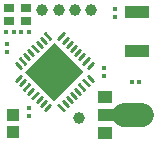
<source format=gtp>
G04 ---------------------------- Layer name :TOP PASTER LAYER*
G04 EasyEDA v5.8.22, Tue, 04 Dec 2018 17:39:39 GMT*
G04 4fbf827f123344ad86e77e575569ff78*
G04 Gerber Generator version 0.2*
G04 Scale: 100 percent, Rotated: No, Reflected: No *
G04 Dimensions in millimeters *
G04 leading zeros omitted , absolute positions ,3 integer and 3 decimal *
%FSLAX33Y33*%
%MOMM*%
G90*
G71D02*

%ADD13C,0.280010*%
%ADD14C,1.999996*%
%ADD16C,0.999998*%
%ADD17R,0.406400X0.350520*%
%ADD19R,0.899998X0.799998*%
%ADD20R,0.350520X0.406400*%
%ADD21R,1.999996X0.999998*%
%ADD22R,1.905000X0.990600*%
%ADD23R,1.193800X0.990600*%
%ADD24R,1.099998X0.999998*%

%LPD*%
G54D13*
G01X1240Y5215D02*
G01X1678Y5653D01*
G01X1593Y4861D02*
G01X2032Y5299D01*
G01X1947Y4507D02*
G01X2386Y4945D01*
G01X2301Y4153D02*
G01X2739Y4592D01*
G01X2653Y3801D02*
G01X3091Y4240D01*
G01X3007Y3447D02*
G01X3445Y3886D01*
G01X3361Y3093D02*
G01X3799Y3532D01*
G01X3715Y2740D02*
G01X4153Y3178D01*
G01X4846Y3178D02*
G01X5284Y2740D01*
G01X5200Y3532D02*
G01X5638Y3093D01*
G01X5554Y3886D02*
G01X5992Y3447D01*
G01X5908Y4240D02*
G01X6346Y3801D01*
G01X6260Y4592D02*
G01X6698Y4153D01*
G01X6613Y4945D02*
G01X7052Y4507D01*
G01X6967Y5299D02*
G01X7406Y4861D01*
G01X7321Y5653D02*
G01X7759Y5215D01*
G01X7321Y6346D02*
G01X7759Y6784D01*
G01X6967Y6700D02*
G01X7406Y7138D01*
G01X6613Y7054D02*
G01X7052Y7492D01*
G01X6260Y7407D02*
G01X6698Y7846D01*
G01X5908Y7759D02*
G01X6346Y8198D01*
G01X5554Y8113D02*
G01X5992Y8552D01*
G01X5200Y8467D02*
G01X5638Y8906D01*
G01X4846Y8821D02*
G01X5284Y9259D01*
G01X3715Y9259D02*
G01X4153Y8821D01*
G01X3361Y8906D02*
G01X3799Y8467D01*
G01X3007Y8552D02*
G01X3445Y8113D01*
G01X2653Y8198D02*
G01X3091Y7759D01*
G01X2301Y7846D02*
G01X2739Y7407D01*
G01X1947Y7492D02*
G01X2386Y7054D01*
G01X1593Y7138D02*
G01X2032Y6700D01*
G01X1240Y6784D02*
G01X1678Y6346D01*
G54D14*
G01X10418Y2374D02*
G01X11918Y2374D01*
G54D16*
G01X3500Y11249D03*
G01X4875Y11249D03*
G01X6247Y11251D03*
G01X7623Y11251D03*
G01X6625Y2124D03*
G54D17*
G01X500Y7669D03*
G01X500Y8330D03*
G36*
G01X2025Y5999D02*
G01X4499Y8474D01*
G01X6974Y5999D01*
G01X4499Y3525D01*
G01X2025Y5999D01*
G37*
G54D19*
G01X683Y10326D03*
G01X2072Y10326D03*
G01X2072Y11419D03*
G01X672Y11422D03*
G54D20*
G01X418Y9376D03*
G01X1078Y9376D03*
G01X1667Y9374D03*
G01X2327Y9374D03*
G54D17*
G01X8750Y6330D03*
G01X8750Y5669D03*
G54D21*
G01X11499Y7745D03*
G01X11499Y11047D03*
G54D17*
G01X9627Y11328D03*
G01X9627Y10668D03*
G54D22*
G01X9136Y2374D03*
G54D23*
G01X8831Y3898D03*
G01X8831Y850D03*
G54D20*
G01X11705Y5124D03*
G01X11044Y5124D03*
G54D17*
G01X2374Y2955D03*
G01X2374Y2294D03*
G54D24*
G01X999Y2325D03*
G01X999Y925D03*

%LPD*%
G36*
G01X4853Y5999D02*
G01X4499Y5646D01*
G01X4146Y5999D01*
G01X4499Y6353D01*
G01X4853Y5999D01*
G37*

%LPD*%
G36*
G01X5419Y5434D02*
G01X5065Y5080D01*
G01X4712Y5434D01*
G01X5065Y5787D01*
G01X5419Y5434D01*
G37*

%LPD*%
G36*
G01X4287Y5434D02*
G01X3934Y5080D01*
G01X3580Y5434D01*
G01X3934Y5787D01*
G01X4287Y5434D01*
G37*

%LPD*%
G36*
G01X4853Y4868D02*
G01X4499Y4515D01*
G01X4146Y4868D01*
G01X4499Y5222D01*
G01X4853Y4868D01*
G37*

%LPD*%
G36*
G01X3722Y5999D02*
G01X3368Y5646D01*
G01X3015Y5999D01*
G01X3368Y6353D01*
G01X3722Y5999D01*
G37*

%LPD*%
G36*
G01X4287Y6565D02*
G01X3934Y6212D01*
G01X3580Y6565D01*
G01X3934Y6919D01*
G01X4287Y6565D01*
G37*

%LPD*%
G36*
G01X4853Y7131D02*
G01X4499Y6777D01*
G01X4146Y7131D01*
G01X4499Y7484D01*
G01X4853Y7131D01*
G37*

%LPD*%
G36*
G01X5419Y6565D02*
G01X5065Y6212D01*
G01X4712Y6565D01*
G01X5065Y6919D01*
G01X5419Y6565D01*
G37*

%LPD*%
G36*
G01X5984Y5999D02*
G01X5631Y5646D01*
G01X5277Y5999D01*
G01X5631Y6353D01*
G01X5984Y5999D01*
G37*
M00*
M02*

</source>
